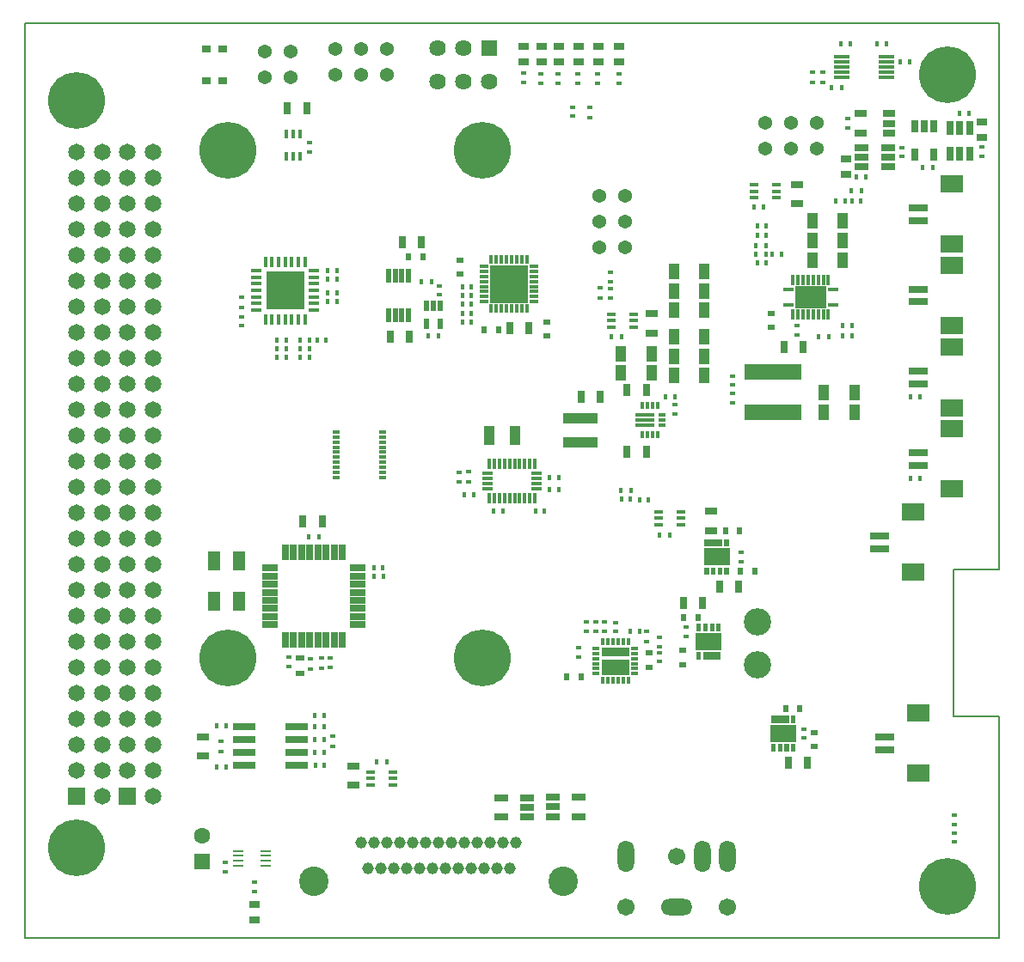
<source format=gts>
G04*
G04 #@! TF.GenerationSoftware,Altium Limited,Altium Designer,18.1.9 (240)*
G04*
G04 Layer_Color=8388736*
%FSLAX44Y44*%
%MOMM*%
G71*
G01*
G75*
%ADD20C,0.1520*%
%ADD21R,0.6000X0.4000*%
%ADD24R,0.4000X0.6000*%
%ADD29R,0.4500X0.6000*%
%ADD30R,0.6000X0.4500*%
%ADD35R,1.1112X0.1992*%
%ADD40R,0.8000X1.3000*%
%ADD42R,0.8000X0.6000*%
%ADD44R,1.0000X1.6000*%
%ADD45R,1.3000X0.7000*%
%ADD46R,0.6000X0.8000*%
%ADD55R,0.7000X1.3000*%
%ADD66R,1.3000X0.8000*%
%ADD68R,0.9000X0.5000*%
%ADD74R,1.1016X0.3516*%
%ADD75R,0.3516X1.1016*%
%ADD76R,3.5016X1.0816*%
%ADD77R,0.8016X0.4016*%
%ADD78R,1.9016X0.8016*%
%ADD79R,2.3016X1.7016*%
%ADD80R,0.3616X1.0016*%
%ADD81R,1.0016X0.3616*%
%ADD82R,3.1716X2.1716*%
%ADD83R,1.3216X0.7016*%
%ADD84R,1.0016X0.8016*%
%ADD85R,1.3016X1.9016*%
%ADD86R,1.6016X0.6516*%
%ADD87R,0.6516X1.6016*%
%ADD88R,1.1016X1.9016*%
%ADD89R,0.9516X0.4516*%
%ADD90R,0.4016X0.7016*%
%ADD91R,1.7016X0.7016*%
%ADD92R,2.5016X1.7016*%
%ADD93R,0.3416X0.7016*%
%ADD94R,0.7016X0.3416*%
%ADD95R,1.8916X0.3216*%
%ADD96R,2.8016X0.9516*%
%ADD97R,2.8016X1.5516*%
%ADD98R,0.3416X0.6766*%
%ADD99R,0.6766X0.3416*%
%ADD100R,0.4516X0.9516*%
%ADD101R,5.6016X1.5316*%
%ADD102R,1.3716X0.6604*%
%ADD103R,1.2016X0.7016*%
%ADD104R,0.6604X1.3716*%
%ADD105R,0.7016X1.2016*%
%ADD106R,3.8016X3.8016*%
%ADD107R,1.1416X0.4316*%
%ADD108R,0.4316X1.1416*%
%ADD109R,0.8516X0.8016*%
%ADD110R,1.5516X0.4016*%
%ADD111R,2.3016X0.7016*%
%ADD112R,3.7016X3.7016*%
%ADD113R,0.9416X0.3616*%
%ADD114R,0.3616X0.9416*%
%ADD115R,0.5716X1.1016*%
%ADD116R,0.5516X1.4516*%
%ADD117C,0.1016*%
%ADD118C,1.6016*%
%ADD119R,1.6016X1.6016*%
%ADD120C,2.6924*%
%ADD121C,1.3716*%
%ADD122C,1.6516*%
%ADD123R,1.6516X1.6516*%
%ADD124C,5.6016*%
%ADD125C,1.6256*%
%ADD126R,1.6256X1.6256*%
%ADD127C,1.1684*%
%ADD128O,1.6096X3.1176*%
%ADD129C,1.7016*%
%ADD130O,3.1176X1.6096*%
%ADD131C,2.8956*%
G36*
X692918Y386227D02*
X688510D01*
Y393620D01*
X692918D01*
Y386227D01*
D02*
G37*
G36*
X686413Y386225D02*
X669010D01*
Y393620D01*
X686413D01*
Y386225D01*
D02*
G37*
G36*
X692912Y358217D02*
X688510D01*
Y365620D01*
X692912D01*
Y358217D01*
D02*
G37*
G36*
X686418Y358194D02*
X682010D01*
Y365620D01*
X686418D01*
Y358194D01*
D02*
G37*
G36*
X673398Y358193D02*
X669010D01*
Y365620D01*
X673398D01*
Y358193D01*
D02*
G37*
G36*
X679908Y358189D02*
X675510D01*
Y365620D01*
X679908D01*
Y358189D01*
D02*
G37*
G36*
X685050Y302980D02*
X680662D01*
Y310407D01*
X685050D01*
Y302980D01*
D02*
G37*
G36*
X678550D02*
X674152D01*
Y310411D01*
X678550D01*
Y302980D01*
D02*
G37*
G36*
X672050D02*
X667642D01*
Y310406D01*
X672050D01*
Y302980D01*
D02*
G37*
G36*
X665550D02*
X661148D01*
Y310383D01*
X665550D01*
Y302980D01*
D02*
G37*
G36*
X685050Y274980D02*
X667647D01*
Y282375D01*
X685050D01*
Y274980D01*
D02*
G37*
G36*
X665550D02*
X661141D01*
Y282373D01*
X665550D01*
Y274980D01*
D02*
G37*
G36*
X758608Y212125D02*
X754199D01*
Y219517D01*
X758608D01*
Y212125D01*
D02*
G37*
G36*
X752102Y212123D02*
X734699D01*
Y219517D01*
X752102D01*
Y212123D01*
D02*
G37*
G36*
X758602Y184114D02*
X754199D01*
Y191518D01*
X758602D01*
Y184114D01*
D02*
G37*
G36*
X752107Y184091D02*
X747699D01*
Y191518D01*
X752107D01*
Y184091D01*
D02*
G37*
G36*
X739088Y184090D02*
X734699D01*
Y191518D01*
X739088D01*
Y184090D01*
D02*
G37*
G36*
X745597Y184087D02*
X741199D01*
Y191518D01*
X745597D01*
Y184087D01*
D02*
G37*
D20*
X958850Y363220D02*
Y901700D01*
X0D02*
X958850D01*
X0Y0D02*
Y901700D01*
Y0D02*
X958850D01*
Y218440D01*
X914400D02*
X958850D01*
X914400D02*
Y363220D01*
X958850D01*
D21*
X914638Y112100D02*
D03*
Y121100D02*
D03*
Y94900D02*
D03*
Y103900D02*
D03*
X651070Y297730D02*
D03*
Y306730D02*
D03*
X767080Y197318D02*
D03*
Y206318D02*
D03*
X705400Y371620D02*
D03*
Y380620D02*
D03*
X581280Y302230D02*
D03*
Y311230D02*
D03*
X624573Y287796D02*
D03*
Y296796D02*
D03*
X624371Y272720D02*
D03*
Y281720D02*
D03*
X408000Y643300D02*
D03*
Y634300D02*
D03*
X584691Y842973D02*
D03*
Y851973D02*
D03*
X563876Y842973D02*
D03*
Y851973D02*
D03*
X544539Y842973D02*
D03*
Y851973D02*
D03*
X524928Y842973D02*
D03*
Y851973D02*
D03*
X507623Y842973D02*
D03*
Y851973D02*
D03*
X490605Y843973D02*
D03*
Y852973D02*
D03*
X538700Y810200D02*
D03*
Y819200D02*
D03*
X942340Y779723D02*
D03*
Y770723D02*
D03*
X863600Y770460D02*
D03*
Y779460D02*
D03*
X696367Y528179D02*
D03*
Y537179D02*
D03*
Y545379D02*
D03*
Y554379D02*
D03*
X760006Y603628D02*
D03*
Y594628D02*
D03*
X576006Y640411D02*
D03*
Y631411D02*
D03*
X639826Y525728D02*
D03*
Y516728D02*
D03*
X576006Y656201D02*
D03*
Y647201D02*
D03*
X213360Y603610D02*
D03*
Y612610D02*
D03*
X300610Y276264D02*
D03*
Y267264D02*
D03*
X259430Y276864D02*
D03*
Y267864D02*
D03*
X196820Y65824D02*
D03*
Y74824D02*
D03*
X225745Y55400D02*
D03*
Y46400D02*
D03*
D24*
X595905Y302260D02*
D03*
X604905D02*
D03*
X439450Y624940D02*
D03*
X430450D02*
D03*
X439450Y616280D02*
D03*
X430450D02*
D03*
X439450Y607620D02*
D03*
X430450D02*
D03*
X439450Y633600D02*
D03*
X430450D02*
D03*
X352480Y357104D02*
D03*
X343480D02*
D03*
X818536Y750206D02*
D03*
X827536D02*
D03*
X929060Y812800D02*
D03*
X920060D02*
D03*
X430450Y642540D02*
D03*
X439450D02*
D03*
X871800Y453400D02*
D03*
X880800D02*
D03*
X871800Y533400D02*
D03*
X880800D02*
D03*
X285090Y219810D02*
D03*
X294090D02*
D03*
Y208380D02*
D03*
X285090D02*
D03*
Y195680D02*
D03*
X294090D02*
D03*
X294670Y170280D02*
D03*
X285670D02*
D03*
X188570Y209650D02*
D03*
X197570D02*
D03*
X188570Y169010D02*
D03*
X197570D02*
D03*
X285100Y183500D02*
D03*
X294100D02*
D03*
X525200Y454277D02*
D03*
X516200D02*
D03*
X432380Y436880D02*
D03*
X441380D02*
D03*
X511450Y421000D02*
D03*
X502450D02*
D03*
X525200Y441960D02*
D03*
X516200D02*
D03*
X814036Y726440D02*
D03*
X823036D02*
D03*
X729978Y693237D02*
D03*
X720978D02*
D03*
X729978Y665619D02*
D03*
X720978D02*
D03*
X744726Y674208D02*
D03*
X735726D02*
D03*
X798493Y726440D02*
D03*
X807493D02*
D03*
X729978Y701826D02*
D03*
X720978D02*
D03*
X630500Y533400D02*
D03*
X639500D02*
D03*
X861640Y863600D02*
D03*
X870640D02*
D03*
X838900Y881700D02*
D03*
X847900D02*
D03*
X812340D02*
D03*
X803340D02*
D03*
X256800Y580900D02*
D03*
X247800D02*
D03*
X256799Y589390D02*
D03*
X247799D02*
D03*
X256760Y572370D02*
D03*
X247760D02*
D03*
X279700Y580900D02*
D03*
X270700D02*
D03*
X279660Y589390D02*
D03*
X270660D02*
D03*
X279620Y572370D02*
D03*
X270620D02*
D03*
X296240Y589280D02*
D03*
X287240D02*
D03*
X298100Y627800D02*
D03*
X307100D02*
D03*
Y636000D02*
D03*
X298100D02*
D03*
X306700Y650100D02*
D03*
X297700D02*
D03*
X297870Y658160D02*
D03*
X306870D02*
D03*
X343120Y365647D02*
D03*
X352120D02*
D03*
X596226Y432616D02*
D03*
X587226D02*
D03*
X613900Y432466D02*
D03*
X604900D02*
D03*
D29*
X634951Y397223D02*
D03*
X624951D02*
D03*
X346100Y173700D02*
D03*
X356100D02*
D03*
X727400Y720700D02*
D03*
X717400D02*
D03*
X587400Y593044D02*
D03*
X577400D02*
D03*
X390250Y646864D02*
D03*
X400250D02*
D03*
X396820Y593598D02*
D03*
X406820D02*
D03*
X279400Y395524D02*
D03*
X289400D02*
D03*
X884080Y759460D02*
D03*
X894080D02*
D03*
X460900Y421000D02*
D03*
X470900D02*
D03*
X813233Y736600D02*
D03*
X823233D02*
D03*
X719728Y674208D02*
D03*
X729728D02*
D03*
X814649Y604187D02*
D03*
X804649D02*
D03*
X719728Y682797D02*
D03*
X729728D02*
D03*
X814649Y594027D02*
D03*
X804649D02*
D03*
X781456Y593217D02*
D03*
X791456D02*
D03*
X794090Y838200D02*
D03*
X804090D02*
D03*
X586726Y441536D02*
D03*
X596726D02*
D03*
D30*
X280401Y784780D02*
D03*
Y774780D02*
D03*
X545380Y286940D02*
D03*
Y276940D02*
D03*
X612140Y302730D02*
D03*
Y292730D02*
D03*
X552986Y312340D02*
D03*
Y302340D02*
D03*
X562155Y312340D02*
D03*
Y302340D02*
D03*
X570780Y312340D02*
D03*
Y302340D02*
D03*
X291740Y266124D02*
D03*
Y276124D02*
D03*
X281014Y265564D02*
D03*
Y275564D02*
D03*
X556300Y819100D02*
D03*
Y809100D02*
D03*
X810260Y808373D02*
D03*
Y798373D02*
D03*
X302900Y199330D02*
D03*
Y189330D02*
D03*
X193070Y194330D02*
D03*
Y184330D02*
D03*
X436880Y459767D02*
D03*
Y449767D02*
D03*
X426948Y459660D02*
D03*
Y449660D02*
D03*
X566440Y631393D02*
D03*
Y641393D02*
D03*
X785130Y843758D02*
D03*
Y853758D02*
D03*
X774970Y843758D02*
D03*
Y853758D02*
D03*
X213360Y622160D02*
D03*
Y632160D02*
D03*
D35*
X210020Y71240D02*
D03*
Y76240D02*
D03*
Y81240D02*
D03*
Y86240D02*
D03*
X237020D02*
D03*
Y81240D02*
D03*
Y76240D02*
D03*
Y71240D02*
D03*
D40*
X292607Y410764D02*
D03*
X273607D02*
D03*
X751459Y172720D02*
D03*
X770459D02*
D03*
X611847Y479730D02*
D03*
X592847D02*
D03*
X683920Y347050D02*
D03*
X702920D02*
D03*
X667360Y330200D02*
D03*
X648360D02*
D03*
X592847Y540690D02*
D03*
X611847D02*
D03*
X477160Y601650D02*
D03*
X496160D02*
D03*
X378420Y592604D02*
D03*
X359420D02*
D03*
X390460Y685904D02*
D03*
X371460D02*
D03*
D42*
X513461Y593456D02*
D03*
Y607456D02*
D03*
X776600Y203080D02*
D03*
Y189080D02*
D03*
X647700Y283864D02*
D03*
Y269864D02*
D03*
X614680Y281320D02*
D03*
Y267320D02*
D03*
X734349Y602288D02*
D03*
Y616288D02*
D03*
X428244Y654535D02*
D03*
Y668535D02*
D03*
D44*
X805229Y687914D02*
D03*
X775229D02*
D03*
X805229Y668169D02*
D03*
X775229D02*
D03*
X805229Y707659D02*
D03*
X775229D02*
D03*
X638712Y657338D02*
D03*
X668712D02*
D03*
X638712Y638275D02*
D03*
X668712D02*
D03*
X638712Y619212D02*
D03*
X668712D02*
D03*
X638712Y592813D02*
D03*
X668712D02*
D03*
X638712Y573750D02*
D03*
X668712D02*
D03*
X638712Y554687D02*
D03*
X668712D02*
D03*
X616726Y576250D02*
D03*
X586726D02*
D03*
X786562Y518411D02*
D03*
X816562D02*
D03*
X786562Y538168D02*
D03*
X816562D02*
D03*
X616726Y557700D02*
D03*
X586726D02*
D03*
D45*
X760006Y724248D02*
D03*
Y743248D02*
D03*
X323100Y169700D02*
D03*
Y150700D02*
D03*
X675640Y401980D02*
D03*
Y420980D02*
D03*
X616809Y615675D02*
D03*
Y596675D02*
D03*
D46*
X762959Y226060D02*
D03*
X748959D02*
D03*
X703495Y401320D02*
D03*
X689495D02*
D03*
X648320Y316040D02*
D03*
X662320D02*
D03*
X533300Y257704D02*
D03*
X547300D02*
D03*
X704467Y361920D02*
D03*
X718467D02*
D03*
X466000Y599440D02*
D03*
X452000D02*
D03*
X377460Y671408D02*
D03*
X391460D02*
D03*
D55*
X258201Y818290D02*
D03*
X277201D02*
D03*
X566185Y533451D02*
D03*
X547185D02*
D03*
X766420Y582510D02*
D03*
X747420D02*
D03*
D66*
X175290Y198830D02*
D03*
Y179830D02*
D03*
D68*
X270470Y276184D02*
D03*
Y261184D02*
D03*
D74*
X503500Y458400D02*
D03*
Y453400D02*
D03*
Y448400D02*
D03*
Y443400D02*
D03*
X455500Y458400D02*
D03*
Y453400D02*
D03*
Y448400D02*
D03*
Y443400D02*
D03*
D75*
X457000Y433900D02*
D03*
X462000D02*
D03*
X467000D02*
D03*
X472000D02*
D03*
X477000D02*
D03*
X482000D02*
D03*
X487000D02*
D03*
X492000D02*
D03*
X497000D02*
D03*
X502000D02*
D03*
Y467900D02*
D03*
X497000D02*
D03*
X492000D02*
D03*
X487000D02*
D03*
X482000D02*
D03*
X477000D02*
D03*
X472000D02*
D03*
X467000D02*
D03*
X462000D02*
D03*
X457000D02*
D03*
D76*
X546524Y512593D02*
D03*
Y488893D02*
D03*
D77*
X305900Y454200D02*
D03*
X351900D02*
D03*
X305900Y459200D02*
D03*
X351900D02*
D03*
X305900Y464200D02*
D03*
X351900D02*
D03*
X305900Y469200D02*
D03*
X351900D02*
D03*
X305900Y474200D02*
D03*
X351900D02*
D03*
X305900Y479200D02*
D03*
X351900D02*
D03*
X305900Y484200D02*
D03*
X351900D02*
D03*
X305900Y489200D02*
D03*
X351900D02*
D03*
X305900Y494200D02*
D03*
X351900D02*
D03*
X305900Y499200D02*
D03*
X351900D02*
D03*
D78*
X879165Y707726D02*
D03*
Y720226D02*
D03*
X879165Y627481D02*
D03*
Y639981D02*
D03*
X879164Y559011D02*
D03*
Y546511D02*
D03*
Y478766D02*
D03*
Y466266D02*
D03*
X841080Y396680D02*
D03*
Y384180D02*
D03*
X846160Y198560D02*
D03*
Y186060D02*
D03*
D79*
X912165Y684226D02*
D03*
Y743726D02*
D03*
X912165Y603981D02*
D03*
Y663481D02*
D03*
X912164Y582510D02*
D03*
Y523011D02*
D03*
Y502266D02*
D03*
Y442766D02*
D03*
X874080Y420180D02*
D03*
Y360680D02*
D03*
X879160Y222060D02*
D03*
Y162560D02*
D03*
D80*
X790958Y615418D02*
D03*
X755959Y649118D02*
D03*
Y615418D02*
D03*
X760958D02*
D03*
X765958D02*
D03*
X770959D02*
D03*
X775958D02*
D03*
X780959D02*
D03*
X785958D02*
D03*
X790958Y649118D02*
D03*
X785958D02*
D03*
X780959D02*
D03*
X775958D02*
D03*
X770959D02*
D03*
X765958D02*
D03*
X760958D02*
D03*
D81*
X795309Y624768D02*
D03*
X751609Y639768D02*
D03*
Y624768D02*
D03*
X795309Y639768D02*
D03*
D82*
X773458Y632268D02*
D03*
D83*
X468945Y119736D02*
D03*
Y138736D02*
D03*
X493845D02*
D03*
Y129236D02*
D03*
Y119736D02*
D03*
X544645Y139040D02*
D03*
Y120040D02*
D03*
X519745D02*
D03*
Y129540D02*
D03*
Y139040D02*
D03*
D84*
X225745Y33000D02*
D03*
Y18000D02*
D03*
X807949Y768446D02*
D03*
Y753446D02*
D03*
X942340Y804730D02*
D03*
Y789730D02*
D03*
X585043Y879163D02*
D03*
Y864163D02*
D03*
X564329Y879163D02*
D03*
Y864163D02*
D03*
X545094Y879163D02*
D03*
Y864163D02*
D03*
X525585Y879163D02*
D03*
Y864163D02*
D03*
X508381Y879163D02*
D03*
Y864163D02*
D03*
X490857Y879163D02*
D03*
Y864163D02*
D03*
D85*
X210460Y372344D02*
D03*
Y332344D02*
D03*
X186460D02*
D03*
Y372344D02*
D03*
D86*
X327300Y365104D02*
D03*
Y357104D02*
D03*
Y349104D02*
D03*
Y341104D02*
D03*
Y333104D02*
D03*
Y325104D02*
D03*
Y317104D02*
D03*
Y309104D02*
D03*
X241300D02*
D03*
Y317104D02*
D03*
Y325104D02*
D03*
Y333104D02*
D03*
Y341104D02*
D03*
Y349104D02*
D03*
Y357104D02*
D03*
Y365104D02*
D03*
D87*
X312300Y294104D02*
D03*
X304300D02*
D03*
X296300D02*
D03*
X288300D02*
D03*
X280300D02*
D03*
X272300D02*
D03*
X264300D02*
D03*
X256300D02*
D03*
Y380104D02*
D03*
X264300D02*
D03*
X272300D02*
D03*
X280300D02*
D03*
X288300D02*
D03*
X296300D02*
D03*
X304300D02*
D03*
X312300D02*
D03*
D88*
X482400Y495300D02*
D03*
X457400D02*
D03*
D89*
X577351Y615374D02*
D03*
Y608875D02*
D03*
Y602374D02*
D03*
X599351D02*
D03*
Y608875D02*
D03*
Y615374D02*
D03*
X624000Y420520D02*
D03*
Y414020D02*
D03*
Y407520D02*
D03*
X646000D02*
D03*
Y414020D02*
D03*
Y420520D02*
D03*
X362340Y151120D02*
D03*
Y157620D02*
D03*
Y164120D02*
D03*
X340340D02*
D03*
Y157620D02*
D03*
Y151120D02*
D03*
X717686Y742788D02*
D03*
Y736288D02*
D03*
Y729788D02*
D03*
X739686D02*
D03*
Y736288D02*
D03*
Y742788D02*
D03*
D90*
X736899Y187817D02*
D03*
X743399D02*
D03*
X749899D02*
D03*
X756399D02*
D03*
Y215818D02*
D03*
X671210Y361920D02*
D03*
X677710D02*
D03*
X684210D02*
D03*
X690710D02*
D03*
Y389920D02*
D03*
X682850Y306680D02*
D03*
X676350D02*
D03*
X669850D02*
D03*
X663350D02*
D03*
Y278680D02*
D03*
D91*
X743399Y215818D02*
D03*
X677710Y389920D02*
D03*
X676350Y278680D02*
D03*
D92*
X746649Y201817D02*
D03*
X680960Y375920D02*
D03*
X673100Y292680D02*
D03*
D93*
X608047Y524885D02*
D03*
X613047D02*
D03*
X618047D02*
D03*
X623047D02*
D03*
Y496885D02*
D03*
X618047D02*
D03*
X613047D02*
D03*
X608047D02*
D03*
D94*
X627047Y515885D02*
D03*
Y510885D02*
D03*
Y505885D02*
D03*
D95*
X609997Y505985D02*
D03*
Y510885D02*
D03*
Y515785D02*
D03*
D96*
X581280Y282549D02*
D03*
D97*
Y267049D02*
D03*
D98*
X593780Y254174D02*
D03*
X588780D02*
D03*
X583780D02*
D03*
X578780D02*
D03*
X573780D02*
D03*
X568780D02*
D03*
Y292424D02*
D03*
X573780D02*
D03*
X578780D02*
D03*
X583780D02*
D03*
X588780D02*
D03*
X593780D02*
D03*
D99*
X562155Y260799D02*
D03*
Y265799D02*
D03*
Y270799D02*
D03*
Y275799D02*
D03*
Y280799D02*
D03*
Y285799D02*
D03*
X600405D02*
D03*
Y280799D02*
D03*
Y275799D02*
D03*
Y270799D02*
D03*
Y265799D02*
D03*
Y260799D02*
D03*
D100*
X257541Y792484D02*
D03*
X264041D02*
D03*
X270541D02*
D03*
Y770484D02*
D03*
X264041D02*
D03*
X257541D02*
D03*
D101*
X736600Y558680D02*
D03*
Y518280D02*
D03*
D102*
X849794Y760795D02*
D03*
Y770193D02*
D03*
Y779591D02*
D03*
X823886D02*
D03*
Y770193D02*
D03*
Y760795D02*
D03*
D103*
X851036Y793873D02*
D03*
Y803373D02*
D03*
Y812873D02*
D03*
X823036D02*
D03*
Y793873D02*
D03*
D104*
X929878Y798974D02*
D03*
X920480D02*
D03*
X911082D02*
D03*
Y773066D02*
D03*
X920480D02*
D03*
X929878D02*
D03*
D105*
X895080Y800216D02*
D03*
X885580D02*
D03*
X876080D02*
D03*
Y772216D02*
D03*
X895080D02*
D03*
D106*
X256130Y638660D02*
D03*
D107*
X284480Y658160D02*
D03*
Y651660D02*
D03*
Y645160D02*
D03*
Y638660D02*
D03*
Y632160D02*
D03*
Y625660D02*
D03*
Y619160D02*
D03*
X227780D02*
D03*
Y625660D02*
D03*
Y632160D02*
D03*
Y638660D02*
D03*
Y645160D02*
D03*
Y651660D02*
D03*
Y658160D02*
D03*
D108*
X236630Y667010D02*
D03*
X243130D02*
D03*
X249630D02*
D03*
X256130D02*
D03*
X262630D02*
D03*
X269130D02*
D03*
X275630D02*
D03*
Y610310D02*
D03*
X269130D02*
D03*
X262630D02*
D03*
X256130D02*
D03*
X249630D02*
D03*
X243130D02*
D03*
X236630D02*
D03*
D109*
X178210Y877060D02*
D03*
Y845060D02*
D03*
X194710D02*
D03*
Y877060D02*
D03*
D110*
X804090Y868758D02*
D03*
Y863758D02*
D03*
Y858758D02*
D03*
Y853758D02*
D03*
Y848758D02*
D03*
X848090Y868758D02*
D03*
Y863758D02*
D03*
Y858758D02*
D03*
Y853758D02*
D03*
Y848758D02*
D03*
D111*
X267330Y170280D02*
D03*
Y182980D02*
D03*
Y208380D02*
D03*
X215330Y170280D02*
D03*
Y182980D02*
D03*
Y208380D02*
D03*
X267330Y195680D02*
D03*
X215330D02*
D03*
D112*
X476500Y645040D02*
D03*
D113*
X452150Y627540D02*
D03*
Y632540D02*
D03*
Y637540D02*
D03*
Y642540D02*
D03*
Y647540D02*
D03*
Y652540D02*
D03*
Y657540D02*
D03*
Y662540D02*
D03*
X500850D02*
D03*
Y657540D02*
D03*
Y652540D02*
D03*
Y647540D02*
D03*
Y642540D02*
D03*
Y637540D02*
D03*
Y632540D02*
D03*
Y627540D02*
D03*
D114*
X494000Y620690D02*
D03*
X489000D02*
D03*
X484000D02*
D03*
X479000D02*
D03*
X474000D02*
D03*
X469000D02*
D03*
X464000D02*
D03*
X459000D02*
D03*
Y669390D02*
D03*
X464000D02*
D03*
X469000D02*
D03*
X474000D02*
D03*
X479000D02*
D03*
X484000D02*
D03*
X489000D02*
D03*
X494000D02*
D03*
D115*
X401820Y623744D02*
D03*
X395320Y605744D02*
D03*
X408320D02*
D03*
X395320Y623744D02*
D03*
X408320D02*
D03*
D116*
X357770Y613804D02*
D03*
X364270D02*
D03*
X370770D02*
D03*
X377270D02*
D03*
X357770Y653304D02*
D03*
X364270D02*
D03*
X370770D02*
D03*
X377270D02*
D03*
D117*
X328900Y444700D02*
D03*
Y508700D02*
D03*
D118*
X173960Y101384D02*
D03*
D119*
Y75984D02*
D03*
D120*
X720950Y269680D02*
D03*
Y311590D02*
D03*
D121*
X565700Y680720D02*
D03*
X591100D02*
D03*
X565700Y706120D02*
D03*
X591100D02*
D03*
X565700Y731520D02*
D03*
X591100D02*
D03*
X728980Y803659D02*
D03*
Y778259D02*
D03*
X754380Y803659D02*
D03*
Y778259D02*
D03*
X779780Y803659D02*
D03*
Y778259D02*
D03*
X356300Y850900D02*
D03*
Y876300D02*
D03*
X330900Y850900D02*
D03*
Y876300D02*
D03*
X305500Y850900D02*
D03*
Y876300D02*
D03*
X261620Y848580D02*
D03*
Y873980D02*
D03*
X236220Y848580D02*
D03*
Y873980D02*
D03*
D122*
X125700Y774800D02*
D03*
Y749400D02*
D03*
Y724000D02*
D03*
Y698600D02*
D03*
Y673200D02*
D03*
Y647800D02*
D03*
Y622400D02*
D03*
Y597000D02*
D03*
Y571600D02*
D03*
Y546200D02*
D03*
Y520800D02*
D03*
Y495400D02*
D03*
Y470000D02*
D03*
Y444600D02*
D03*
Y419200D02*
D03*
Y393800D02*
D03*
Y368400D02*
D03*
Y343000D02*
D03*
Y317600D02*
D03*
Y292200D02*
D03*
Y266800D02*
D03*
Y241400D02*
D03*
Y216000D02*
D03*
Y190600D02*
D03*
Y165200D02*
D03*
Y139800D02*
D03*
X100300Y774800D02*
D03*
Y749400D02*
D03*
Y724000D02*
D03*
Y698600D02*
D03*
Y673200D02*
D03*
Y647800D02*
D03*
Y622400D02*
D03*
Y597000D02*
D03*
Y571600D02*
D03*
Y546200D02*
D03*
Y520800D02*
D03*
Y495400D02*
D03*
Y470000D02*
D03*
Y444600D02*
D03*
Y419200D02*
D03*
Y393800D02*
D03*
Y368400D02*
D03*
Y343000D02*
D03*
Y317600D02*
D03*
Y292200D02*
D03*
Y266800D02*
D03*
Y241400D02*
D03*
Y216000D02*
D03*
Y190600D02*
D03*
Y165200D02*
D03*
X50800D02*
D03*
Y190600D02*
D03*
Y216000D02*
D03*
Y241400D02*
D03*
Y266800D02*
D03*
Y292200D02*
D03*
Y317600D02*
D03*
Y343000D02*
D03*
Y368400D02*
D03*
Y393800D02*
D03*
Y419200D02*
D03*
Y444600D02*
D03*
Y470000D02*
D03*
Y495400D02*
D03*
Y520800D02*
D03*
Y546200D02*
D03*
Y571600D02*
D03*
Y597000D02*
D03*
Y622400D02*
D03*
Y647800D02*
D03*
Y673200D02*
D03*
Y698600D02*
D03*
Y724000D02*
D03*
Y749400D02*
D03*
Y774800D02*
D03*
X76200Y139800D02*
D03*
Y165200D02*
D03*
Y190600D02*
D03*
Y216000D02*
D03*
Y241400D02*
D03*
Y266800D02*
D03*
Y292200D02*
D03*
Y317600D02*
D03*
Y343000D02*
D03*
Y368400D02*
D03*
Y393800D02*
D03*
Y419200D02*
D03*
Y444600D02*
D03*
Y470000D02*
D03*
Y495400D02*
D03*
Y520800D02*
D03*
Y546200D02*
D03*
Y571600D02*
D03*
Y597000D02*
D03*
Y622400D02*
D03*
Y647800D02*
D03*
Y673200D02*
D03*
Y698600D02*
D03*
Y724000D02*
D03*
Y749400D02*
D03*
Y774800D02*
D03*
D123*
X100300Y139800D02*
D03*
X50800D02*
D03*
D124*
X908100Y50800D02*
D03*
Y850900D02*
D03*
X450000Y776700D02*
D03*
X200000D02*
D03*
X450000Y276700D02*
D03*
X200000D02*
D03*
X50800Y825500D02*
D03*
Y88900D02*
D03*
D125*
X406400Y844550D02*
D03*
X431800D02*
D03*
X457200D02*
D03*
X406400Y877570D02*
D03*
X431800D02*
D03*
D126*
X457200D02*
D03*
D127*
X483300Y94200D02*
D03*
X470600D02*
D03*
X457900D02*
D03*
X445200D02*
D03*
X432500D02*
D03*
X419800D02*
D03*
X407100D02*
D03*
X394400D02*
D03*
X381700D02*
D03*
X369000D02*
D03*
X356300D02*
D03*
X343600D02*
D03*
X330900D02*
D03*
X476950Y68800D02*
D03*
X464250D02*
D03*
X451550D02*
D03*
X438850D02*
D03*
X426150D02*
D03*
X413450D02*
D03*
X400750D02*
D03*
X388050D02*
D03*
X375350D02*
D03*
X362650D02*
D03*
X349950D02*
D03*
X337250D02*
D03*
D128*
X666740Y80480D02*
D03*
X591740D02*
D03*
X691740D02*
D03*
D129*
X591740Y30480D02*
D03*
X691740D02*
D03*
X641740Y80480D02*
D03*
D130*
Y30480D02*
D03*
D131*
X284545Y56100D02*
D03*
X529655D02*
D03*
M02*

</source>
